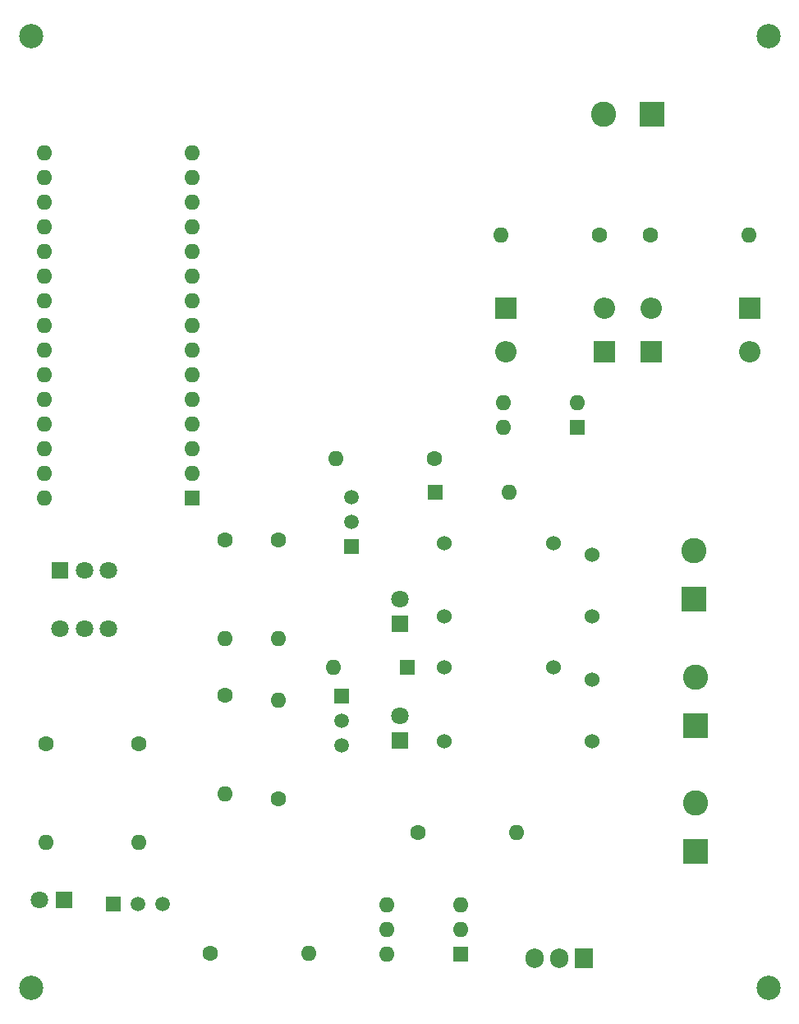
<source format=gbr>
%TF.GenerationSoftware,KiCad,Pcbnew,8.0.3*%
%TF.CreationDate,2024-08-09T13:49:10+02:00*%
%TF.ProjectId,230V_controller,32333056-5f63-46f6-9e74-726f6c6c6572,rev?*%
%TF.SameCoordinates,Original*%
%TF.FileFunction,Soldermask,Bot*%
%TF.FilePolarity,Negative*%
%FSLAX46Y46*%
G04 Gerber Fmt 4.6, Leading zero omitted, Abs format (unit mm)*
G04 Created by KiCad (PCBNEW 8.0.3) date 2024-08-09 13:49:10*
%MOMM*%
%LPD*%
G01*
G04 APERTURE LIST*
%ADD10R,2.200000X2.200000*%
%ADD11O,2.200000X2.200000*%
%ADD12C,1.600000*%
%ADD13O,1.600000X1.600000*%
%ADD14R,2.600000X2.600000*%
%ADD15C,2.600000*%
%ADD16R,1.500000X1.500000*%
%ADD17C,1.500000*%
%ADD18R,1.800000X1.800000*%
%ADD19C,1.800000*%
%ADD20C,2.500000*%
%ADD21R,1.905000X2.000000*%
%ADD22O,1.905000X2.000000*%
%ADD23R,1.600000X1.600000*%
%ADD24C,1.524000*%
G04 APERTURE END LIST*
D10*
%TO.C,D3*%
X237080000Y-78500000D03*
D11*
X226920000Y-78500000D03*
%TD*%
D12*
%TO.C,R10*%
X189080000Y-118920000D03*
D13*
X189080000Y-129080000D03*
%TD*%
D14*
%TO.C,J3*%
X246500000Y-117000000D03*
D15*
X246500000Y-112000000D03*
%TD*%
D10*
%TO.C,D1*%
X226920000Y-74000000D03*
D11*
X237080000Y-74000000D03*
%TD*%
D12*
%TO.C,R5*%
X196420000Y-140500000D03*
D13*
X206580000Y-140500000D03*
%TD*%
D12*
%TO.C,R1*%
X236580000Y-66500000D03*
D13*
X226420000Y-66500000D03*
%TD*%
D16*
%TO.C,Q1*%
X210000000Y-114000000D03*
D17*
X210000000Y-116540000D03*
X210000000Y-119080000D03*
%TD*%
D16*
%TO.C,Q2*%
X211000000Y-98540000D03*
D17*
X211000000Y-96000000D03*
X211000000Y-93460000D03*
%TD*%
D18*
%TO.C,SW2*%
X181000000Y-101000000D03*
D19*
X183500000Y-101000000D03*
X186000000Y-101000000D03*
X181000000Y-107000000D03*
X183500000Y-107000000D03*
X186000000Y-107000000D03*
%TD*%
D20*
%TO.C,REF\u002A\u002A*%
X254000000Y-144000000D03*
%TD*%
D21*
%TO.C,Q3*%
X235000000Y-141000000D03*
D22*
X232460000Y-141000000D03*
X229920000Y-141000000D03*
%TD*%
D12*
%TO.C,R11*%
X179500000Y-118920000D03*
D13*
X179500000Y-129080000D03*
%TD*%
D12*
%TO.C,R3*%
X219580000Y-89500000D03*
D13*
X209420000Y-89500000D03*
%TD*%
D23*
%TO.C,D7*%
X216810000Y-111000000D03*
D13*
X209190000Y-111000000D03*
%TD*%
D12*
%TO.C,R6*%
X203500000Y-124580000D03*
D13*
X203500000Y-114420000D03*
%TD*%
D24*
%TO.C,K1*%
X220600000Y-118600000D03*
X220600000Y-111000000D03*
X235840000Y-118600000D03*
X231840000Y-111000000D03*
X235840000Y-112250000D03*
%TD*%
D14*
%TO.C,J4*%
X246305000Y-104000000D03*
D15*
X246305000Y-99000000D03*
%TD*%
D14*
%TO.C,J1*%
X242000000Y-54000000D03*
D15*
X237000000Y-54000000D03*
%TD*%
D10*
%TO.C,D4*%
X241920000Y-78500000D03*
D11*
X252080000Y-78500000D03*
%TD*%
D20*
%TO.C,REF\u002A\u002A*%
X178000000Y-144000000D03*
%TD*%
%TO.C,REF\u002A\u002A*%
X254000000Y-46000000D03*
%TD*%
D12*
%TO.C,R2*%
X241840000Y-66500000D03*
D13*
X252000000Y-66500000D03*
%TD*%
D12*
%TO.C,R7*%
X198000000Y-97920000D03*
D13*
X198000000Y-108080000D03*
%TD*%
D18*
%TO.C,D6*%
X216000000Y-106540000D03*
D19*
X216000000Y-104000000D03*
%TD*%
D14*
%TO.C,J2*%
X246500000Y-130000000D03*
D15*
X246500000Y-125000000D03*
%TD*%
D10*
%TO.C,D2*%
X252080000Y-74000000D03*
D11*
X241920000Y-74000000D03*
%TD*%
D24*
%TO.C,K2*%
X220600000Y-105800000D03*
X220600000Y-98200000D03*
X235840000Y-105800000D03*
X231840000Y-98200000D03*
X235840000Y-99450000D03*
%TD*%
D16*
%TO.C,Q4*%
X186460000Y-135360000D03*
D17*
X189000000Y-135360000D03*
X191540000Y-135360000D03*
%TD*%
D18*
%TO.C,D9*%
X181355000Y-135000000D03*
D19*
X178815000Y-135000000D03*
%TD*%
D20*
%TO.C,REF\u002A\u002A*%
X178000000Y-46000000D03*
%TD*%
D12*
%TO.C,R8*%
X203500000Y-97920000D03*
D13*
X203500000Y-108080000D03*
%TD*%
D23*
%TO.C,U3*%
X222300000Y-140525000D03*
D13*
X222300000Y-137985000D03*
X222300000Y-135445000D03*
X214680000Y-135445000D03*
X214680000Y-137985000D03*
X214680000Y-140525000D03*
%TD*%
D23*
%TO.C,D8*%
X219690000Y-93000000D03*
D13*
X227310000Y-93000000D03*
%TD*%
D23*
%TO.C,A1*%
X194610000Y-93540000D03*
D13*
X194610000Y-91000000D03*
X194610000Y-88460000D03*
X194610000Y-85920000D03*
X194610000Y-83380000D03*
X194610000Y-80840000D03*
X194610000Y-78300000D03*
X194610000Y-75760000D03*
X194610000Y-73220000D03*
X194610000Y-70680000D03*
X194610000Y-68140000D03*
X194610000Y-65600000D03*
X194610000Y-63060000D03*
X194610000Y-60520000D03*
X194610000Y-57980000D03*
X179370000Y-57980000D03*
X179370000Y-60520000D03*
X179370000Y-63060000D03*
X179370000Y-65600000D03*
X179370000Y-68140000D03*
X179370000Y-70680000D03*
X179370000Y-73220000D03*
X179370000Y-75760000D03*
X179370000Y-78300000D03*
X179370000Y-80840000D03*
X179370000Y-83380000D03*
X179370000Y-85920000D03*
X179370000Y-88460000D03*
X179370000Y-91000000D03*
X179370000Y-93540000D03*
%TD*%
D12*
%TO.C,R4*%
X198000000Y-113920000D03*
D13*
X198000000Y-124080000D03*
%TD*%
D12*
%TO.C,R9*%
X217920000Y-128000000D03*
D13*
X228080000Y-128000000D03*
%TD*%
D23*
%TO.C,U1*%
X234300000Y-86275000D03*
D13*
X234300000Y-83735000D03*
X226680000Y-83735000D03*
X226680000Y-86275000D03*
%TD*%
D18*
%TO.C,D5*%
X216000000Y-118540000D03*
D19*
X216000000Y-116000000D03*
%TD*%
M02*

</source>
